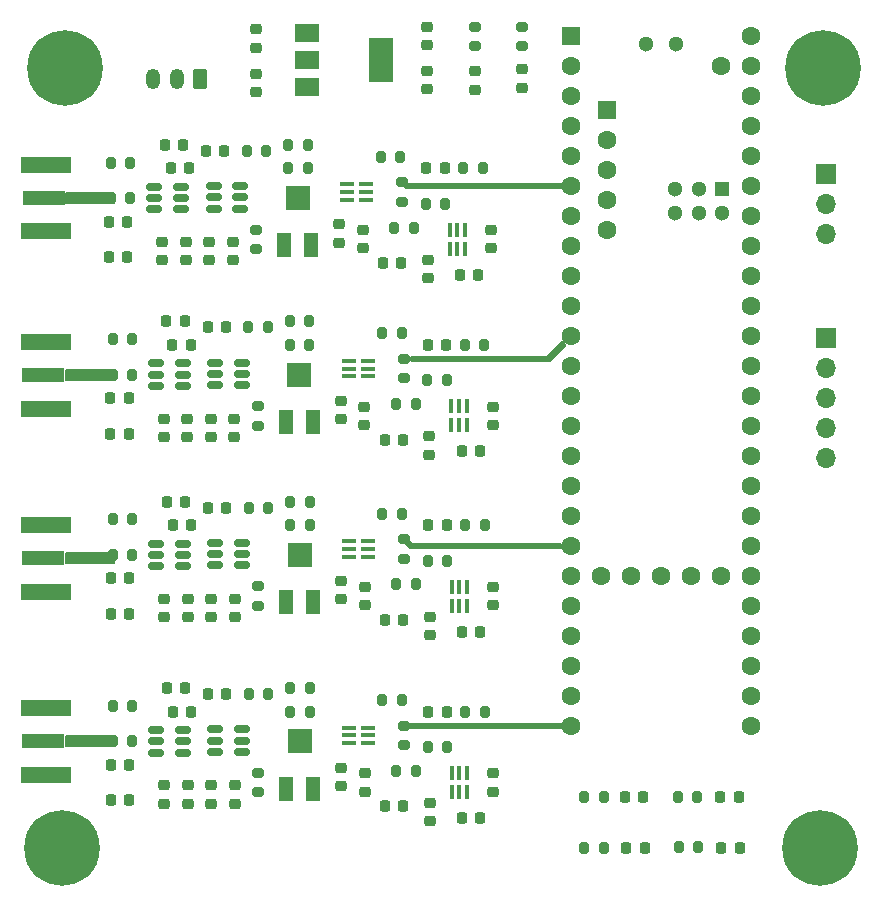
<source format=gbr>
%TF.GenerationSoftware,KiCad,Pcbnew,7.0.1*%
%TF.CreationDate,2023-03-26T22:20:59+02:00*%
%TF.ProjectId,2023.03 SPD v2,32303233-2e30-4332-9053-50442076322e,rev?*%
%TF.SameCoordinates,Original*%
%TF.FileFunction,Soldermask,Top*%
%TF.FilePolarity,Negative*%
%FSLAX46Y46*%
G04 Gerber Fmt 4.6, Leading zero omitted, Abs format (unit mm)*
G04 Created by KiCad (PCBNEW 7.0.1) date 2023-03-26 22:20:59*
%MOMM*%
%LPD*%
G01*
G04 APERTURE LIST*
G04 Aperture macros list*
%AMRoundRect*
0 Rectangle with rounded corners*
0 $1 Rounding radius*
0 $2 $3 $4 $5 $6 $7 $8 $9 X,Y pos of 4 corners*
0 Add a 4 corners polygon primitive as box body*
4,1,4,$2,$3,$4,$5,$6,$7,$8,$9,$2,$3,0*
0 Add four circle primitives for the rounded corners*
1,1,$1+$1,$2,$3*
1,1,$1+$1,$4,$5*
1,1,$1+$1,$6,$7*
1,1,$1+$1,$8,$9*
0 Add four rect primitives between the rounded corners*
20,1,$1+$1,$2,$3,$4,$5,0*
20,1,$1+$1,$4,$5,$6,$7,0*
20,1,$1+$1,$6,$7,$8,$9,0*
20,1,$1+$1,$8,$9,$2,$3,0*%
G04 Aperture macros list end*
%ADD10R,1.200000X0.399999*%
%ADD11RoundRect,0.225000X0.225000X0.250000X-0.225000X0.250000X-0.225000X-0.250000X0.225000X-0.250000X0*%
%ADD12RoundRect,0.225000X-0.225000X-0.250000X0.225000X-0.250000X0.225000X0.250000X-0.225000X0.250000X0*%
%ADD13RoundRect,0.200000X-0.200000X-0.275000X0.200000X-0.275000X0.200000X0.275000X-0.200000X0.275000X0*%
%ADD14RoundRect,0.218750X-0.218750X-0.256250X0.218750X-0.256250X0.218750X0.256250X-0.218750X0.256250X0*%
%ADD15RoundRect,0.218750X0.256250X-0.218750X0.256250X0.218750X-0.256250X0.218750X-0.256250X-0.218750X0*%
%ADD16RoundRect,0.225000X-0.250000X0.225000X-0.250000X-0.225000X0.250000X-0.225000X0.250000X0.225000X0*%
%ADD17RoundRect,0.200000X0.200000X0.275000X-0.200000X0.275000X-0.200000X-0.275000X0.200000X-0.275000X0*%
%ADD18C,6.400000*%
%ADD19RoundRect,0.200000X0.275000X-0.200000X0.275000X0.200000X-0.275000X0.200000X-0.275000X-0.200000X0*%
%ADD20RoundRect,0.150000X-0.512500X-0.150000X0.512500X-0.150000X0.512500X0.150000X-0.512500X0.150000X0*%
%ADD21R,1.300000X2.000000*%
%ADD22R,2.000000X2.000000*%
%ADD23RoundRect,0.225000X0.250000X-0.225000X0.250000X0.225000X-0.250000X0.225000X-0.250000X-0.225000X0*%
%ADD24R,1.700000X1.700000*%
%ADD25O,1.700000X1.700000*%
%ADD26R,3.600000X1.270000*%
%ADD27R,4.200000X1.350000*%
%ADD28R,0.399999X1.200000*%
%ADD29RoundRect,0.150000X0.512500X0.150000X-0.512500X0.150000X-0.512500X-0.150000X0.512500X-0.150000X0*%
%ADD30R,1.600000X1.600000*%
%ADD31C,1.600000*%
%ADD32R,1.300000X1.300000*%
%ADD33C,1.300000*%
%ADD34R,2.000000X1.500000*%
%ADD35R,2.000000X3.800000*%
%ADD36RoundRect,0.218750X0.218750X0.256250X-0.218750X0.256250X-0.218750X-0.256250X0.218750X-0.256250X0*%
%ADD37RoundRect,0.250000X0.350000X0.625000X-0.350000X0.625000X-0.350000X-0.625000X0.350000X-0.625000X0*%
%ADD38O,1.200000X1.750000*%
G04 APERTURE END LIST*
D10*
%TO.C,U13*%
X141089999Y-105814123D03*
X141089999Y-106464123D03*
X141089999Y-107114123D03*
X142689998Y-107114123D03*
X142689998Y-106464123D03*
X142689998Y-105814123D03*
%TD*%
D11*
%TO.C,C56*%
X127165000Y-118250000D03*
X125615000Y-118250000D03*
%TD*%
D12*
%TO.C,C28*%
X144087500Y-97200000D03*
X145637500Y-97200000D03*
%TD*%
D13*
%TO.C,R15*%
X136037500Y-87200000D03*
X137687500Y-87200000D03*
%TD*%
D14*
%TO.C,D1*%
X147587500Y-74250000D03*
X149162500Y-74250000D03*
%TD*%
D15*
%TO.C,D6*%
X155725000Y-67400000D03*
X155725000Y-65825000D03*
%TD*%
D16*
%TO.C,C44*%
X142390000Y-109689124D03*
X142390000Y-111239124D03*
%TD*%
D17*
%TO.C,R28*%
X134215000Y-102964124D03*
X132565000Y-102964124D03*
%TD*%
D11*
%TO.C,C53*%
X122440000Y-124750000D03*
X120890000Y-124750000D03*
%TD*%
%TO.C,C21*%
X122412500Y-96700000D03*
X120862500Y-96700000D03*
%TD*%
D10*
%TO.C,U9*%
X141062499Y-90549999D03*
X141062499Y-91199999D03*
X141062499Y-91849999D03*
X142662498Y-91849999D03*
X142662498Y-91199999D03*
X142662498Y-90549999D03*
%TD*%
D11*
%TO.C,C39*%
X127665000Y-104464124D03*
X126115000Y-104464124D03*
%TD*%
D18*
%TO.C,H2*%
X181225000Y-65750000D03*
%TD*%
D13*
%TO.C,R42*%
X143890000Y-119250000D03*
X145540000Y-119250000D03*
%TD*%
D11*
%TO.C,C41*%
X127165000Y-102464124D03*
X125615000Y-102464124D03*
%TD*%
D16*
%TO.C,C40*%
X129390000Y-110689124D03*
X129390000Y-112239124D03*
%TD*%
D13*
%TO.C,R41*%
X136065000Y-120250000D03*
X137715000Y-120250000D03*
%TD*%
%TO.C,R25*%
X121065000Y-106964124D03*
X122715000Y-106964124D03*
%TD*%
D17*
%TO.C,R33*%
X149365000Y-107464124D03*
X147715000Y-107464124D03*
%TD*%
D11*
%TO.C,C36*%
X122440000Y-111964124D03*
X120890000Y-111964124D03*
%TD*%
D12*
%TO.C,C61*%
X150615000Y-129250000D03*
X152165000Y-129250000D03*
%TD*%
D19*
%TO.C,R19*%
X133362500Y-96025000D03*
X133362500Y-94375000D03*
%TD*%
D20*
%TO.C,U2*%
X129587500Y-75750000D03*
X129587500Y-76700000D03*
X129587500Y-77650000D03*
X131862500Y-77650000D03*
X131862500Y-76700000D03*
X131862500Y-75750000D03*
%TD*%
D16*
%TO.C,C16*%
X133225000Y-66250000D03*
X133225000Y-67800000D03*
%TD*%
D20*
%TO.C,U8*%
X129725000Y-90700000D03*
X129725000Y-91650000D03*
X129725000Y-92600000D03*
X132000000Y-92600000D03*
X132000000Y-91650000D03*
X132000000Y-90700000D03*
%TD*%
D21*
%TO.C,RV3*%
X135740000Y-110964124D03*
D22*
X136890000Y-106964124D03*
D21*
X138040000Y-110964124D03*
%TD*%
D16*
%TO.C,C18*%
X147625000Y-66000000D03*
X147625000Y-67550000D03*
%TD*%
D13*
%TO.C,R5*%
X135900000Y-74250000D03*
X137550000Y-74250000D03*
%TD*%
D23*
%TO.C,C14*%
X153070000Y-81025000D03*
X153070000Y-79475000D03*
%TD*%
D11*
%TO.C,C47*%
X130665000Y-102964124D03*
X129115000Y-102964124D03*
%TD*%
%TO.C,C24*%
X127637500Y-89200000D03*
X126087500Y-89200000D03*
%TD*%
D16*
%TO.C,C50*%
X125390000Y-126475000D03*
X125390000Y-128025000D03*
%TD*%
D12*
%TO.C,C46*%
X150615000Y-113464124D03*
X152165000Y-113464124D03*
%TD*%
D23*
%TO.C,C49*%
X147890000Y-113739124D03*
X147890000Y-112189124D03*
%TD*%
D16*
%TO.C,C2*%
X140225000Y-78975000D03*
X140225000Y-80525000D03*
%TD*%
D23*
%TO.C,C60*%
X153235000Y-127025000D03*
X153235000Y-125475000D03*
%TD*%
D13*
%TO.C,R17*%
X136037500Y-89200000D03*
X137687500Y-89200000D03*
%TD*%
D24*
%TO.C,J3*%
X181475000Y-88590000D03*
D25*
X181475000Y-91130000D03*
X181475000Y-93670000D03*
X181475000Y-96210000D03*
X181475000Y-98750000D03*
%TD*%
D26*
%TO.C,J6*%
X115187500Y-107250000D03*
D27*
X115387500Y-104425000D03*
X115387500Y-110075000D03*
%TD*%
D13*
%TO.C,R10*%
X150725000Y-74250000D03*
X152375000Y-74250000D03*
%TD*%
D18*
%TO.C,H4*%
X116725000Y-131750000D03*
%TD*%
D11*
%TO.C,C62*%
X130665000Y-118750000D03*
X129115000Y-118750000D03*
%TD*%
D19*
%TO.C,R43*%
X133390000Y-127075000D03*
X133390000Y-125425000D03*
%TD*%
D21*
%TO.C,RV1*%
X135575000Y-80750000D03*
D22*
X136725000Y-76750000D03*
D21*
X137875000Y-80750000D03*
%TD*%
D13*
%TO.C,R38*%
X121065000Y-119750000D03*
X122715000Y-119750000D03*
%TD*%
D19*
%TO.C,R7*%
X133225000Y-81075000D03*
X133225000Y-79425000D03*
%TD*%
%TO.C,R12*%
X145550000Y-77075000D03*
X145550000Y-75425000D03*
%TD*%
D28*
%TO.C,U10*%
X151012501Y-94399999D03*
X150362501Y-94399999D03*
X149712501Y-94399999D03*
X149712501Y-95999998D03*
X150362501Y-95999998D03*
X151012501Y-95999998D03*
%TD*%
D29*
%TO.C,U7*%
X127000000Y-92650000D03*
X127000000Y-91700000D03*
X127000000Y-90750000D03*
X124725000Y-90750000D03*
X124725000Y-91700000D03*
X124725000Y-92650000D03*
%TD*%
D17*
%TO.C,R54*%
X170625000Y-131700000D03*
X168975000Y-131700000D03*
%TD*%
D16*
%TO.C,C25*%
X129362500Y-95425000D03*
X129362500Y-96975000D03*
%TD*%
D13*
%TO.C,R14*%
X121037500Y-88700000D03*
X122687500Y-88700000D03*
%TD*%
D23*
%TO.C,C34*%
X147862500Y-98475000D03*
X147862500Y-96925000D03*
%TD*%
D10*
%TO.C,U17*%
X141089999Y-121599999D03*
X141089999Y-122249999D03*
X141089999Y-122899999D03*
X142689998Y-122899999D03*
X142689998Y-122249999D03*
X142689998Y-121599999D03*
%TD*%
D16*
%TO.C,C29*%
X142362500Y-94425000D03*
X142362500Y-95975000D03*
%TD*%
D19*
%TO.C,R31*%
X133390000Y-111289124D03*
X133390000Y-109639124D03*
%TD*%
D17*
%TO.C,R16*%
X134187500Y-87700000D03*
X132537500Y-87700000D03*
%TD*%
D11*
%TO.C,C7*%
X122275000Y-78750000D03*
X120725000Y-78750000D03*
%TD*%
D23*
%TO.C,C3*%
X147725000Y-83525000D03*
X147725000Y-81975000D03*
%TD*%
D11*
%TO.C,C23*%
X122412500Y-93700000D03*
X120862500Y-93700000D03*
%TD*%
D13*
%TO.C,R22*%
X150862500Y-89200000D03*
X152512500Y-89200000D03*
%TD*%
%TO.C,R1*%
X120900000Y-76750000D03*
X122550000Y-76750000D03*
%TD*%
D30*
%TO.C,U5*%
X159875000Y-63020000D03*
D31*
X159875000Y-65560000D03*
X159875000Y-68100000D03*
X159875000Y-70640000D03*
X159875000Y-73180000D03*
X159875000Y-75720000D03*
X159875000Y-78260000D03*
X159875000Y-80800000D03*
X159875000Y-83340000D03*
X159875000Y-85880000D03*
X159875000Y-88420000D03*
X159875000Y-90960000D03*
X159875000Y-93500000D03*
X159875000Y-96040000D03*
X159875000Y-98580000D03*
X159875000Y-101120000D03*
X159875000Y-103660000D03*
X159875000Y-106200000D03*
X159875000Y-108740000D03*
X159875000Y-111280000D03*
X159875000Y-113820000D03*
X159875000Y-116360000D03*
X159875000Y-118900000D03*
X159875000Y-121440000D03*
X175115000Y-121440000D03*
X175115000Y-118900000D03*
X175115000Y-116360000D03*
X175115000Y-113820000D03*
X175115000Y-111280000D03*
X175115000Y-108740000D03*
X175115000Y-106200000D03*
X175115000Y-103660000D03*
X175115000Y-101120000D03*
X175115000Y-98580000D03*
X175115000Y-96040000D03*
X175115000Y-93500000D03*
X175115000Y-90960000D03*
X175115000Y-88420000D03*
X175115000Y-85880000D03*
X175115000Y-83340000D03*
X175115000Y-80800000D03*
X175115000Y-78260000D03*
X175115000Y-75720000D03*
X175115000Y-73180000D03*
X175115000Y-70640000D03*
X175115000Y-68100000D03*
X175115000Y-65560000D03*
X175115000Y-63020000D03*
X172575000Y-65560000D03*
X162415000Y-108740000D03*
X164955000Y-108740000D03*
X167495000Y-108740000D03*
X170035000Y-108740000D03*
X172575000Y-108740000D03*
D30*
X162925800Y-69319200D03*
D31*
X162925800Y-71859200D03*
X162925800Y-74399200D03*
X162925800Y-76939200D03*
X162925800Y-79479200D03*
D32*
X172676600Y-75990000D03*
D33*
X170676600Y-75990000D03*
X168676600Y-75990000D03*
X168676600Y-77990000D03*
X170676600Y-77990000D03*
X172676600Y-77990000D03*
X168765000Y-63750000D03*
X166225000Y-63750000D03*
%TD*%
D29*
%TO.C,U11*%
X127027500Y-107914124D03*
X127027500Y-106964124D03*
X127027500Y-106014124D03*
X124752500Y-106014124D03*
X124752500Y-106964124D03*
X124752500Y-107914124D03*
%TD*%
D17*
%TO.C,R21*%
X149337500Y-92200000D03*
X147687500Y-92200000D03*
%TD*%
D16*
%TO.C,C63*%
X140390000Y-124975000D03*
X140390000Y-126525000D03*
%TD*%
D17*
%TO.C,R40*%
X134215000Y-118750000D03*
X132565000Y-118750000D03*
%TD*%
%TO.C,R9*%
X149200000Y-77250000D03*
X147550000Y-77250000D03*
%TD*%
D19*
%TO.C,R50*%
X155725000Y-63900000D03*
X155725000Y-62250000D03*
%TD*%
D21*
%TO.C,RV2*%
X135712500Y-95700000D03*
D22*
X136862500Y-91700000D03*
D21*
X138012500Y-95700000D03*
%TD*%
D20*
%TO.C,U16*%
X129752500Y-121750000D03*
X129752500Y-122700000D03*
X129752500Y-123650000D03*
X132027500Y-123650000D03*
X132027500Y-122700000D03*
X132027500Y-121750000D03*
%TD*%
D13*
%TO.C,R27*%
X136065000Y-102464124D03*
X137715000Y-102464124D03*
%TD*%
D23*
%TO.C,C45*%
X153235000Y-111239124D03*
X153235000Y-109689124D03*
%TD*%
D13*
%TO.C,R3*%
X135900000Y-72250000D03*
X137550000Y-72250000D03*
%TD*%
D16*
%TO.C,C13*%
X142225000Y-79475000D03*
X142225000Y-81025000D03*
%TD*%
D13*
%TO.C,R26*%
X121065000Y-103964124D03*
X122715000Y-103964124D03*
%TD*%
D11*
%TO.C,C8*%
X127500000Y-74250000D03*
X125950000Y-74250000D03*
%TD*%
D16*
%TO.C,C55*%
X129390000Y-126475000D03*
X129390000Y-128025000D03*
%TD*%
D34*
%TO.C,U6*%
X137475000Y-62750000D03*
X137475000Y-65050000D03*
D35*
X143775000Y-65050000D03*
D34*
X137475000Y-67350000D03*
%TD*%
D16*
%TO.C,C9*%
X129225000Y-80475000D03*
X129225000Y-82025000D03*
%TD*%
D21*
%TO.C,RV4*%
X135740000Y-126750000D03*
D22*
X136890000Y-122750000D03*
D21*
X138040000Y-126750000D03*
%TD*%
D16*
%TO.C,C37*%
X127390000Y-110689124D03*
X127390000Y-112239124D03*
%TD*%
%TO.C,C22*%
X127362500Y-95425000D03*
X127362500Y-96975000D03*
%TD*%
D29*
%TO.C,U1*%
X126862500Y-77700000D03*
X126862500Y-76750000D03*
X126862500Y-75800000D03*
X124587500Y-75800000D03*
X124587500Y-76750000D03*
X124587500Y-77700000D03*
%TD*%
D16*
%TO.C,C35*%
X125390000Y-110689124D03*
X125390000Y-112239124D03*
%TD*%
D11*
%TO.C,C6*%
X122275000Y-81750000D03*
X120725000Y-81750000D03*
%TD*%
D18*
%TO.C,H3*%
X116975000Y-65750000D03*
%TD*%
D16*
%TO.C,C42*%
X131390000Y-110689124D03*
X131390000Y-112239124D03*
%TD*%
D13*
%TO.C,R11*%
X144900000Y-79250000D03*
X146550000Y-79250000D03*
%TD*%
D12*
%TO.C,C12*%
X143950000Y-82250000D03*
X145500000Y-82250000D03*
%TD*%
D16*
%TO.C,C59*%
X142390000Y-125475000D03*
X142390000Y-127025000D03*
%TD*%
D11*
%TO.C,C51*%
X122440000Y-127750000D03*
X120890000Y-127750000D03*
%TD*%
D13*
%TO.C,R34*%
X150890000Y-104464124D03*
X152540000Y-104464124D03*
%TD*%
D18*
%TO.C,H1*%
X180975000Y-131750000D03*
%TD*%
D16*
%TO.C,C48*%
X140390000Y-109189124D03*
X140390000Y-110739124D03*
%TD*%
D13*
%TO.C,R23*%
X145037500Y-94200000D03*
X146687500Y-94200000D03*
%TD*%
D11*
%TO.C,C32*%
X130637500Y-87700000D03*
X129087500Y-87700000D03*
%TD*%
D14*
%TO.C,D2*%
X147725000Y-89200000D03*
X149300000Y-89200000D03*
%TD*%
D11*
%TO.C,C10*%
X127000000Y-72250000D03*
X125450000Y-72250000D03*
%TD*%
D14*
%TO.C,D4*%
X147752500Y-120250000D03*
X149327500Y-120250000D03*
%TD*%
D13*
%TO.C,R2*%
X120900000Y-73750000D03*
X122550000Y-73750000D03*
%TD*%
D15*
%TO.C,D5*%
X151725000Y-67575000D03*
X151725000Y-66000000D03*
%TD*%
D17*
%TO.C,R4*%
X134050000Y-72750000D03*
X132400000Y-72750000D03*
%TD*%
D16*
%TO.C,C11*%
X131225000Y-80475000D03*
X131225000Y-82025000D03*
%TD*%
D11*
%TO.C,C38*%
X122440000Y-108964124D03*
X120890000Y-108964124D03*
%TD*%
D12*
%TO.C,C15*%
X150450000Y-83250000D03*
X152000000Y-83250000D03*
%TD*%
D36*
%TO.C,D8*%
X174050000Y-127500000D03*
X172475000Y-127500000D03*
%TD*%
D11*
%TO.C,C26*%
X127137500Y-87200000D03*
X125587500Y-87200000D03*
%TD*%
D13*
%TO.C,R6*%
X143725000Y-73250000D03*
X145375000Y-73250000D03*
%TD*%
D17*
%TO.C,R51*%
X162625000Y-127500000D03*
X160975000Y-127500000D03*
%TD*%
D26*
%TO.C,J1*%
X115225000Y-76750000D03*
D27*
X115425000Y-73925000D03*
X115425000Y-79575000D03*
%TD*%
D14*
%TO.C,D3*%
X147752500Y-104464124D03*
X149327500Y-104464124D03*
%TD*%
D24*
%TO.C,J4*%
X181475000Y-74750000D03*
D25*
X181475000Y-77290000D03*
X181475000Y-79830000D03*
%TD*%
D19*
%TO.C,R49*%
X151725000Y-63900000D03*
X151725000Y-62250000D03*
%TD*%
D12*
%TO.C,C58*%
X144115000Y-128250000D03*
X145665000Y-128250000D03*
%TD*%
D20*
%TO.C,U12*%
X129752500Y-105964124D03*
X129752500Y-106914124D03*
X129752500Y-107864124D03*
X132027500Y-107864124D03*
X132027500Y-106914124D03*
X132027500Y-105964124D03*
%TD*%
D28*
%TO.C,U4*%
X150875001Y-79449999D03*
X150225001Y-79449999D03*
X149575001Y-79449999D03*
X149575001Y-81049998D03*
X150225001Y-81049998D03*
X150875001Y-81049998D03*
%TD*%
D19*
%TO.C,R36*%
X145715000Y-107289124D03*
X145715000Y-105639124D03*
%TD*%
D26*
%TO.C,J5*%
X115187500Y-91750000D03*
D27*
X115387500Y-88925000D03*
X115387500Y-94575000D03*
%TD*%
D28*
%TO.C,U14*%
X151040001Y-109664123D03*
X150390001Y-109664123D03*
X149740001Y-109664123D03*
X149740001Y-111264122D03*
X150390001Y-111264122D03*
X151040001Y-111264122D03*
%TD*%
D11*
%TO.C,C1*%
X130500000Y-72750000D03*
X128950000Y-72750000D03*
%TD*%
D23*
%TO.C,C19*%
X147625000Y-63825000D03*
X147625000Y-62275000D03*
%TD*%
D11*
%TO.C,C54*%
X127665000Y-120250000D03*
X126115000Y-120250000D03*
%TD*%
D12*
%TO.C,C31*%
X150587500Y-98200000D03*
X152137500Y-98200000D03*
%TD*%
D13*
%TO.C,R18*%
X143862500Y-88200000D03*
X145512500Y-88200000D03*
%TD*%
%TO.C,R30*%
X143890000Y-103464124D03*
X145540000Y-103464124D03*
%TD*%
D36*
%TO.C,D10*%
X174125000Y-131750000D03*
X172550000Y-131750000D03*
%TD*%
D13*
%TO.C,R46*%
X150890000Y-120250000D03*
X152540000Y-120250000D03*
%TD*%
D16*
%TO.C,C4*%
X125225000Y-80475000D03*
X125225000Y-82025000D03*
%TD*%
D17*
%TO.C,R45*%
X149365000Y-123250000D03*
X147715000Y-123250000D03*
%TD*%
D37*
%TO.C,J2*%
X128475000Y-66700000D03*
D38*
X126475000Y-66700000D03*
X124475000Y-66700000D03*
%TD*%
D16*
%TO.C,C33*%
X140362500Y-93925000D03*
X140362500Y-95475000D03*
%TD*%
%TO.C,C5*%
X127225000Y-80475000D03*
X127225000Y-82025000D03*
%TD*%
%TO.C,C27*%
X131362500Y-95425000D03*
X131362500Y-96975000D03*
%TD*%
D36*
%TO.C,D7*%
X165975000Y-127500000D03*
X164400000Y-127500000D03*
%TD*%
%TO.C,D9*%
X166125000Y-131750000D03*
X164550000Y-131750000D03*
%TD*%
D23*
%TO.C,C17*%
X133225000Y-64025000D03*
X133225000Y-62475000D03*
%TD*%
%TO.C,C30*%
X153207500Y-95975000D03*
X153207500Y-94425000D03*
%TD*%
D17*
%TO.C,R52*%
X170550000Y-127500000D03*
X168900000Y-127500000D03*
%TD*%
D16*
%TO.C,C52*%
X127390000Y-126475000D03*
X127390000Y-128025000D03*
%TD*%
D13*
%TO.C,R13*%
X121037500Y-91700000D03*
X122687500Y-91700000D03*
%TD*%
D26*
%TO.C,J7*%
X115187500Y-122750000D03*
D27*
X115387500Y-119925000D03*
X115387500Y-125575000D03*
%TD*%
D13*
%TO.C,R29*%
X136065000Y-104464124D03*
X137715000Y-104464124D03*
%TD*%
D19*
%TO.C,R48*%
X145715000Y-123075000D03*
X145715000Y-121425000D03*
%TD*%
%TO.C,R24*%
X145687500Y-92025000D03*
X145687500Y-90375000D03*
%TD*%
D13*
%TO.C,R47*%
X145065000Y-125250000D03*
X146715000Y-125250000D03*
%TD*%
D17*
%TO.C,R53*%
X162625000Y-131750000D03*
X160975000Y-131750000D03*
%TD*%
D13*
%TO.C,R37*%
X121065000Y-122750000D03*
X122715000Y-122750000D03*
%TD*%
D28*
%TO.C,U18*%
X151040001Y-125449999D03*
X150390001Y-125449999D03*
X149740001Y-125449999D03*
X149740001Y-127049998D03*
X150390001Y-127049998D03*
X151040001Y-127049998D03*
%TD*%
D23*
%TO.C,C64*%
X147890000Y-129525000D03*
X147890000Y-127975000D03*
%TD*%
D16*
%TO.C,C20*%
X125362500Y-95425000D03*
X125362500Y-96975000D03*
%TD*%
D13*
%TO.C,R35*%
X145065000Y-109464124D03*
X146715000Y-109464124D03*
%TD*%
D10*
%TO.C,U3*%
X140924999Y-75599999D03*
X140924999Y-76249999D03*
X140924999Y-76899999D03*
X142524998Y-76899999D03*
X142524998Y-76249999D03*
X142524998Y-75599999D03*
%TD*%
D13*
%TO.C,R39*%
X136065000Y-118250000D03*
X137715000Y-118250000D03*
%TD*%
D29*
%TO.C,U15*%
X127027500Y-123700000D03*
X127027500Y-122750000D03*
X127027500Y-121800000D03*
X124752500Y-121800000D03*
X124752500Y-122750000D03*
X124752500Y-123700000D03*
%TD*%
D12*
%TO.C,C43*%
X144115000Y-112464124D03*
X145665000Y-112464124D03*
%TD*%
D16*
%TO.C,C57*%
X131390000Y-126475000D03*
X131390000Y-128025000D03*
%TD*%
G36*
X159057945Y-121196677D02*
G01*
X159103371Y-121242068D01*
X159120000Y-121304096D01*
X159120000Y-121566000D01*
X159103387Y-121628000D01*
X159058000Y-121673387D01*
X158996000Y-121690000D01*
X146314000Y-121690000D01*
X146252000Y-121673387D01*
X146206613Y-121628000D01*
X146190000Y-121566000D01*
X146190000Y-121313904D01*
X146206597Y-121251932D01*
X146251945Y-121206549D01*
X146313904Y-121189904D01*
X158995904Y-121180096D01*
X159057945Y-121196677D01*
G37*
G36*
X159188000Y-75516613D02*
G01*
X159233387Y-75562000D01*
X159250000Y-75624000D01*
X159250000Y-75876000D01*
X159233387Y-75938000D01*
X159188000Y-75983387D01*
X159126000Y-76000000D01*
X145874000Y-76000000D01*
X145812000Y-75983387D01*
X145766613Y-75938000D01*
X145750000Y-75876000D01*
X145750000Y-75801362D01*
X145759439Y-75753909D01*
X145786319Y-75713681D01*
X145963681Y-75536319D01*
X146003909Y-75509439D01*
X146051362Y-75500000D01*
X159126000Y-75500000D01*
X159188000Y-75516613D01*
G37*
G36*
X159187681Y-88887681D02*
G01*
X159410819Y-89110819D01*
X159443092Y-89167084D01*
X159442543Y-89231945D01*
X159409321Y-89287655D01*
X158036047Y-90615155D01*
X157996344Y-90640959D01*
X157949864Y-90650000D01*
X146374000Y-90650000D01*
X146312000Y-90633387D01*
X146266613Y-90588000D01*
X146250000Y-90526000D01*
X146250000Y-90224000D01*
X146266613Y-90162000D01*
X146312000Y-90116613D01*
X146374000Y-90100000D01*
X157800000Y-90100000D01*
X157800000Y-90099999D01*
X159012319Y-88887681D01*
X159067906Y-88855587D01*
X159132094Y-88855587D01*
X159187681Y-88887681D01*
G37*
G36*
X121188000Y-91266613D02*
G01*
X121233387Y-91312000D01*
X121250000Y-91374000D01*
X121250000Y-92126000D01*
X121233387Y-92188000D01*
X121188000Y-92233387D01*
X121126000Y-92250000D01*
X117124000Y-92250000D01*
X117062000Y-92233387D01*
X117016613Y-92188000D01*
X117000000Y-92126000D01*
X117000000Y-91374000D01*
X117016613Y-91312000D01*
X117062000Y-91266613D01*
X117124000Y-91250000D01*
X121126000Y-91250000D01*
X121188000Y-91266613D01*
G37*
G36*
X146224100Y-105792157D02*
G01*
X146271881Y-105821881D01*
X146400000Y-105950000D01*
X158976000Y-105950000D01*
X159038000Y-105966613D01*
X159083387Y-106012000D01*
X159100000Y-106074000D01*
X159100000Y-106326000D01*
X159083387Y-106388000D01*
X159038000Y-106433387D01*
X158976000Y-106450000D01*
X146201362Y-106450000D01*
X146153909Y-106440561D01*
X146113681Y-106413681D01*
X145856953Y-106156953D01*
X145827872Y-106111016D01*
X145821237Y-106057053D01*
X145838326Y-106005440D01*
X145875851Y-105966098D01*
X146115417Y-105806388D01*
X146168101Y-105786612D01*
X146224100Y-105792157D01*
G37*
G36*
X121188000Y-76266613D02*
G01*
X121233387Y-76312000D01*
X121250000Y-76374000D01*
X121250000Y-77126000D01*
X121233387Y-77188000D01*
X121188000Y-77233387D01*
X121126000Y-77250000D01*
X117124000Y-77250000D01*
X117062000Y-77233387D01*
X117016613Y-77188000D01*
X117000000Y-77126000D01*
X117000000Y-76374000D01*
X117016613Y-76312000D01*
X117062000Y-76266613D01*
X117124000Y-76250000D01*
X121126000Y-76250000D01*
X121188000Y-76266613D01*
G37*
G36*
X121188000Y-122266613D02*
G01*
X121233387Y-122312000D01*
X121250000Y-122374000D01*
X121250000Y-123126000D01*
X121233387Y-123188000D01*
X121188000Y-123233387D01*
X121126000Y-123250000D01*
X117124000Y-123250000D01*
X117062000Y-123233387D01*
X117016613Y-123188000D01*
X117000000Y-123126000D01*
X117000000Y-122374000D01*
X117016613Y-122312000D01*
X117062000Y-122266613D01*
X117124000Y-122250000D01*
X121126000Y-122250000D01*
X121188000Y-122266613D01*
G37*
G36*
X121188000Y-106766613D02*
G01*
X121233387Y-106812000D01*
X121250000Y-106874000D01*
X121250000Y-107626000D01*
X121233387Y-107688000D01*
X121188000Y-107733387D01*
X121126000Y-107750000D01*
X117124000Y-107750000D01*
X117062000Y-107733387D01*
X117016613Y-107688000D01*
X117000000Y-107626000D01*
X117000000Y-106874000D01*
X117016613Y-106812000D01*
X117062000Y-106766613D01*
X117124000Y-106750000D01*
X121126000Y-106750000D01*
X121188000Y-106766613D01*
G37*
M02*

</source>
